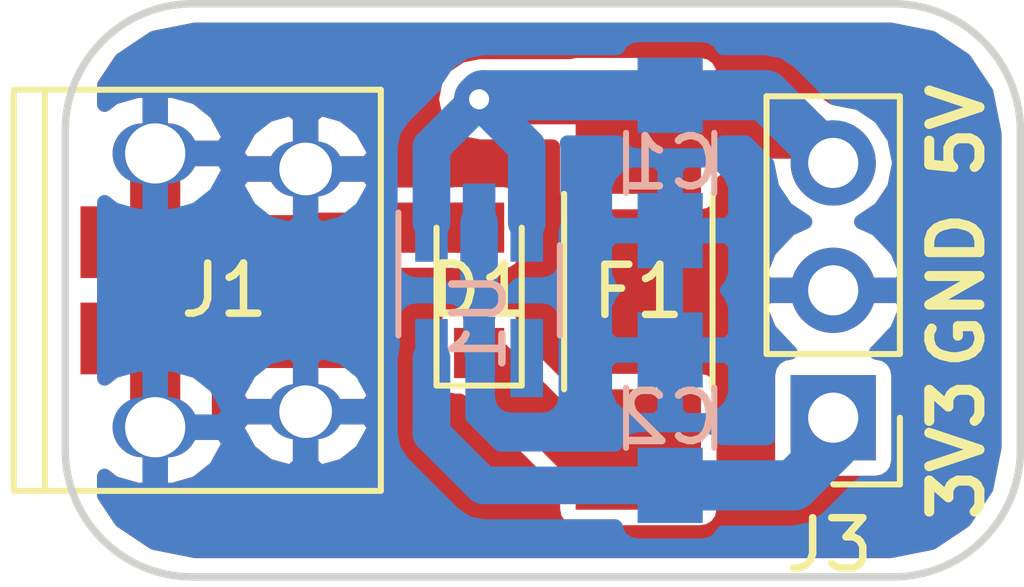
<source format=kicad_pcb>
(kicad_pcb (version 4) (host pcbnew 4.0.7)

  (general
    (links 18)
    (no_connects 0)
    (area 118.515001 96.36 149.300001 112.744999)
    (thickness 1.6)
    (drawings 11)
    (tracks 38)
    (zones 0)
    (modules 7)
    (nets 6)
  )

  (page A4)
  (layers
    (0 F.Cu signal)
    (31 B.Cu signal)
    (32 B.Adhes user hide)
    (33 F.Adhes user hide)
    (34 B.Paste user hide)
    (35 F.Paste user hide)
    (36 B.SilkS user)
    (37 F.SilkS user)
    (38 B.Mask user)
    (39 F.Mask user)
    (40 Dwgs.User user)
    (41 Cmts.User user hide)
    (42 Eco1.User user hide)
    (43 Eco2.User user hide)
    (44 Edge.Cuts user)
    (45 Margin user)
    (46 B.CrtYd user hide)
    (47 F.CrtYd user)
    (48 B.Fab user hide)
    (49 F.Fab user hide)
  )

  (setup
    (last_trace_width 0.5)
    (user_trace_width 0.5)
    (user_trace_width 0.75)
    (user_trace_width 1)
    (trace_clearance 0.2)
    (zone_clearance 0.3)
    (zone_45_only yes)
    (trace_min 0.2)
    (segment_width 0.2)
    (edge_width 0.15)
    (via_size 0.6)
    (via_drill 0.4)
    (via_min_size 0.4)
    (via_min_drill 0.3)
    (uvia_size 0.3)
    (uvia_drill 0.1)
    (uvias_allowed no)
    (uvia_min_size 0.2)
    (uvia_min_drill 0.1)
    (pcb_text_width 0.3)
    (pcb_text_size 1.5 1.5)
    (mod_edge_width 0.15)
    (mod_text_size 1 1)
    (mod_text_width 0.15)
    (pad_size 1.524 1.524)
    (pad_drill 0.762)
    (pad_to_mask_clearance 0.2)
    (aux_axis_origin 0 0)
    (visible_elements FFFFFF7F)
    (pcbplotparams
      (layerselection 0x00030_80000001)
      (usegerberextensions false)
      (excludeedgelayer true)
      (linewidth 0.100000)
      (plotframeref false)
      (viasonmask false)
      (mode 1)
      (useauxorigin false)
      (hpglpennumber 1)
      (hpglpenspeed 20)
      (hpglpendiameter 15)
      (hpglpenoverlay 2)
      (psnegative false)
      (psa4output false)
      (plotreference true)
      (plotvalue true)
      (plotinvisibletext false)
      (padsonsilk false)
      (subtractmaskfromsilk false)
      (outputformat 1)
      (mirror false)
      (drillshape 1)
      (scaleselection 1)
      (outputdirectory ""))
  )

  (net 0 "")
  (net 1 +5V)
  (net 2 GND)
  (net 3 +3V3)
  (net 4 "Net-(D1-Pad1)")
  (net 5 "Net-(D1-Pad2)")

  (net_class Default "This is the default net class."
    (clearance 0.2)
    (trace_width 0.2)
    (via_dia 0.6)
    (via_drill 0.4)
    (uvia_dia 0.3)
    (uvia_drill 0.1)
    (add_net +3V3)
    (add_net +5V)
    (add_net GND)
    (add_net "Net-(D1-Pad1)")
    (add_net "Net-(D1-Pad2)")
  )

  (module Connectors:USB_Micro-B_10103594-0001LF (layer F.Cu) (tedit 5AC0312D) (tstamp 5AC01770)
    (at 133.35 106.045 270)
    (descr "Micro USB Type B 10103594-0001LF")
    (tags "USB USB_B USB_micro USB_OTG")
    (path /5AC006B3)
    (attr smd)
    (fp_text reference J1 (at 0 0 360) (layer F.SilkS)
      (effects (font (size 1 1) (thickness 0.15)))
    )
    (fp_text value USB_OTG (at 0 3.285 270) (layer F.Fab)
      (effects (font (size 1 1) (thickness 0.15)))
    )
    (fp_line (start -4.25 -3.4) (end 4.25 -3.4) (layer F.CrtYd) (width 0.05))
    (fp_line (start 4.25 -3.4) (end 4.25 4.45) (layer F.CrtYd) (width 0.05))
    (fp_line (start 4.25 4.45) (end -4.25 4.45) (layer F.CrtYd) (width 0.05))
    (fp_line (start -4.25 4.45) (end -4.25 -3.4) (layer F.CrtYd) (width 0.05))
    (fp_line (start -4 4.2) (end 4 4.2) (layer F.SilkS) (width 0.12))
    (fp_line (start -4 -3.12) (end 4 -3.12) (layer F.SilkS) (width 0.12))
    (fp_line (start 4 -3.12) (end 4 4.2) (layer F.SilkS) (width 0.12))
    (fp_line (start 4 3.58) (end -4 3.58) (layer F.SilkS) (width 0.12))
    (fp_line (start -4 4.2) (end -4 -3.12) (layer F.SilkS) (width 0.12))
    (pad 1 smd rect (at -1.3 -1.5) (size 1.65 0.4) (layers F.Cu F.Paste F.Mask)
      (net 5 "Net-(D1-Pad2)"))
    (pad 2 smd rect (at -0.65 -1.5) (size 1.65 0.4) (layers F.Cu F.Paste F.Mask))
    (pad 3 smd rect (at 0 -1.5) (size 1.65 0.4) (layers F.Cu F.Paste F.Mask))
    (pad 4 smd rect (at 0.65 -1.5) (size 1.65 0.4) (layers F.Cu F.Paste F.Mask))
    (pad 5 smd rect (at 1.3 -1.5) (size 1.65 0.4) (layers F.Cu F.Paste F.Mask)
      (net 2 GND))
    (pad 6 thru_hole oval (at -2.42 -1.62) (size 1.5 1.1) (drill 1.05) (layers *.Cu *.Mask)
      (net 2 GND))
    (pad 6 thru_hole oval (at 2.42 -1.62) (size 1.5 1.1) (drill 1.05) (layers *.Cu *.Mask)
      (net 2 GND))
    (pad 6 thru_hole oval (at -2.73 1.38) (size 1.7 1.2) (drill 1.2) (layers *.Cu *.Mask)
      (net 2 GND))
    (pad 6 thru_hole oval (at 2.73 1.38) (size 1.7 1.2) (drill 1.2) (layers *.Cu *.Mask)
      (net 2 GND))
    (pad 6 smd rect (at -0.96 1.62) (size 2.5 1.43) (layers F.Cu F.Paste F.Mask)
      (net 2 GND))
    (pad 6 smd rect (at 0.96 1.62) (size 2.5 1.43) (layers F.Cu F.Paste F.Mask)
      (net 2 GND))
  )

  (module Diodes_SMD:D_SOD-323_HandSoldering (layer F.Cu) (tedit 58641869) (tstamp 5AC0175B)
    (at 138.43 106.045 90)
    (descr SOD-323)
    (tags SOD-323)
    (path /5AC0074F)
    (attr smd)
    (fp_text reference D1 (at 0 0 180) (layer F.SilkS)
      (effects (font (size 1 1) (thickness 0.15)))
    )
    (fp_text value D_Schottky (at 0.1 1.9 90) (layer F.Fab)
      (effects (font (size 1 1) (thickness 0.15)))
    )
    (fp_text user %R (at -1.885 0 90) (layer F.Fab)
      (effects (font (size 1 1) (thickness 0.15)))
    )
    (fp_line (start -1.9 -0.85) (end -1.9 0.85) (layer F.SilkS) (width 0.12))
    (fp_line (start 0.2 0) (end 0.45 0) (layer F.Fab) (width 0.1))
    (fp_line (start 0.2 0.35) (end -0.3 0) (layer F.Fab) (width 0.1))
    (fp_line (start 0.2 -0.35) (end 0.2 0.35) (layer F.Fab) (width 0.1))
    (fp_line (start -0.3 0) (end 0.2 -0.35) (layer F.Fab) (width 0.1))
    (fp_line (start -0.3 0) (end -0.5 0) (layer F.Fab) (width 0.1))
    (fp_line (start -0.3 -0.35) (end -0.3 0.35) (layer F.Fab) (width 0.1))
    (fp_line (start -0.9 0.7) (end -0.9 -0.7) (layer F.Fab) (width 0.1))
    (fp_line (start 0.9 0.7) (end -0.9 0.7) (layer F.Fab) (width 0.1))
    (fp_line (start 0.9 -0.7) (end 0.9 0.7) (layer F.Fab) (width 0.1))
    (fp_line (start -0.9 -0.7) (end 0.9 -0.7) (layer F.Fab) (width 0.1))
    (fp_line (start -2 -0.95) (end 2 -0.95) (layer F.CrtYd) (width 0.05))
    (fp_line (start 2 -0.95) (end 2 0.95) (layer F.CrtYd) (width 0.05))
    (fp_line (start -2 0.95) (end 2 0.95) (layer F.CrtYd) (width 0.05))
    (fp_line (start -2 -0.95) (end -2 0.95) (layer F.CrtYd) (width 0.05))
    (fp_line (start -1.9 0.85) (end 1.25 0.85) (layer F.SilkS) (width 0.12))
    (fp_line (start -1.9 -0.85) (end 1.25 -0.85) (layer F.SilkS) (width 0.12))
    (pad 1 smd rect (at -1.25 0 90) (size 1 1) (layers F.Cu F.Paste F.Mask)
      (net 4 "Net-(D1-Pad1)"))
    (pad 2 smd rect (at 1.25 0 90) (size 1 1) (layers F.Cu F.Paste F.Mask)
      (net 5 "Net-(D1-Pad2)"))
    (model ${KISYS3DMOD}/Diodes_SMD.3dshapes/D_SOD-323.wrl
      (at (xyz 0 0 0))
      (scale (xyz 1 1 1))
      (rotate (xyz 0 0 0))
    )
  )

  (module Resistors_SMD:R_2010_HandSoldering (layer F.Cu) (tedit 58E0A804) (tstamp 5AC01761)
    (at 141.605 106.07 270)
    (descr "Resistor SMD 2010, hand soldering")
    (tags "resistor 2010")
    (path /5AC00CDC)
    (attr smd)
    (fp_text reference F1 (at 0 0 360) (layer F.SilkS)
      (effects (font (size 1 1) (thickness 0.15)))
    )
    (fp_text value Polyfuse (at 0 -1.905 270) (layer F.Fab)
      (effects (font (size 1 1) (thickness 0.15)))
    )
    (fp_text user %R (at 0 0 270) (layer F.Fab)
      (effects (font (size 1 1) (thickness 0.15)))
    )
    (fp_line (start -2.5 1.25) (end -2.5 -1.25) (layer F.Fab) (width 0.1))
    (fp_line (start 2.5 1.25) (end -2.5 1.25) (layer F.Fab) (width 0.1))
    (fp_line (start 2.5 -1.25) (end 2.5 1.25) (layer F.Fab) (width 0.1))
    (fp_line (start -2.5 -1.25) (end 2.5 -1.25) (layer F.Fab) (width 0.1))
    (fp_line (start 1.95 1.48) (end -1.95 1.48) (layer F.SilkS) (width 0.12))
    (fp_line (start -1.95 -1.48) (end 1.95 -1.48) (layer F.SilkS) (width 0.12))
    (fp_line (start -4.6 -1.5) (end 4.6 -1.5) (layer F.CrtYd) (width 0.05))
    (fp_line (start -4.6 -1.5) (end -4.6 1.5) (layer F.CrtYd) (width 0.05))
    (fp_line (start 4.6 1.5) (end 4.6 -1.5) (layer F.CrtYd) (width 0.05))
    (fp_line (start 4.6 1.5) (end -4.6 1.5) (layer F.CrtYd) (width 0.05))
    (pad 1 smd rect (at -3.15 0 270) (size 2.4 2.5) (layers F.Cu F.Paste F.Mask)
      (net 1 +5V))
    (pad 2 smd rect (at 3.15 0 270) (size 2.4 2.5) (layers F.Cu F.Paste F.Mask)
      (net 4 "Net-(D1-Pad1)"))
    (model ${KISYS3DMOD}/Resistors_SMD.3dshapes/R_2010.wrl
      (at (xyz 0 0 0))
      (scale (xyz 1 1 1))
      (rotate (xyz 0 0 0))
    )
  )

  (module Pin_Headers:Pin_Header_Straight_1x03_Pitch2.54mm (layer F.Cu) (tedit 59650532) (tstamp 5AC0177D)
    (at 145.491681 108.585 180)
    (descr "Through hole straight pin header, 1x03, 2.54mm pitch, single row")
    (tags "Through hole pin header THT 1x03 2.54mm single row")
    (path /5AC00D5A)
    (fp_text reference J3 (at 0.076681 -2.54 360) (layer F.SilkS)
      (effects (font (size 1 1) (thickness 0.15)))
    )
    (fp_text value Conn_01x03 (at -1.905 2.54 270) (layer F.Fab)
      (effects (font (size 1 1) (thickness 0.15)))
    )
    (fp_line (start -0.635 -1.27) (end 1.27 -1.27) (layer F.Fab) (width 0.1))
    (fp_line (start 1.27 -1.27) (end 1.27 6.35) (layer F.Fab) (width 0.1))
    (fp_line (start 1.27 6.35) (end -1.27 6.35) (layer F.Fab) (width 0.1))
    (fp_line (start -1.27 6.35) (end -1.27 -0.635) (layer F.Fab) (width 0.1))
    (fp_line (start -1.27 -0.635) (end -0.635 -1.27) (layer F.Fab) (width 0.1))
    (fp_line (start -1.33 6.41) (end 1.33 6.41) (layer F.SilkS) (width 0.12))
    (fp_line (start -1.33 1.27) (end -1.33 6.41) (layer F.SilkS) (width 0.12))
    (fp_line (start 1.33 1.27) (end 1.33 6.41) (layer F.SilkS) (width 0.12))
    (fp_line (start -1.33 1.27) (end 1.33 1.27) (layer F.SilkS) (width 0.12))
    (fp_line (start -1.33 0) (end -1.33 -1.33) (layer F.SilkS) (width 0.12))
    (fp_line (start -1.33 -1.33) (end 0 -1.33) (layer F.SilkS) (width 0.12))
    (fp_line (start -1.8 -1.8) (end -1.8 6.85) (layer F.CrtYd) (width 0.05))
    (fp_line (start -1.8 6.85) (end 1.8 6.85) (layer F.CrtYd) (width 0.05))
    (fp_line (start 1.8 6.85) (end 1.8 -1.8) (layer F.CrtYd) (width 0.05))
    (fp_line (start 1.8 -1.8) (end -1.8 -1.8) (layer F.CrtYd) (width 0.05))
    (fp_text user %R (at 0 2.54 270) (layer F.Fab)
      (effects (font (size 1 1) (thickness 0.15)))
    )
    (pad 1 thru_hole rect (at 0 0 180) (size 1.7 1.7) (drill 1) (layers *.Cu *.Mask)
      (net 3 +3V3))
    (pad 2 thru_hole oval (at 0 2.54 180) (size 1.7 1.7) (drill 1) (layers *.Cu *.Mask)
      (net 2 GND))
    (pad 3 thru_hole oval (at 0 5.08 180) (size 1.7 1.7) (drill 1) (layers *.Cu *.Mask)
      (net 1 +5V))
    (model ${KISYS3DMOD}/Pin_Headers.3dshapes/Pin_Header_Straight_1x03_Pitch2.54mm.wrl
      (at (xyz 0 0 0))
      (scale (xyz 1 1 1))
      (rotate (xyz 0 0 0))
    )
  )

  (module Resistors_SMD:R_0805_HandSoldering (layer B.Cu) (tedit 58E0A804) (tstamp 5AC025CA)
    (at 142.24 103.505 270)
    (descr "Resistor SMD 0805, hand soldering")
    (tags "resistor 0805")
    (path /5AC00790)
    (attr smd)
    (fp_text reference C1 (at 0 0 540) (layer B.SilkS)
      (effects (font (size 1 1) (thickness 0.15)) (justify mirror))
    )
    (fp_text value 1u (at 0 -1.75 270) (layer B.Fab)
      (effects (font (size 1 1) (thickness 0.15)) (justify mirror))
    )
    (fp_text user %R (at 0 0 270) (layer B.Fab)
      (effects (font (size 0.5 0.5) (thickness 0.075)) (justify mirror))
    )
    (fp_line (start -1 -0.62) (end -1 0.62) (layer B.Fab) (width 0.1))
    (fp_line (start 1 -0.62) (end -1 -0.62) (layer B.Fab) (width 0.1))
    (fp_line (start 1 0.62) (end 1 -0.62) (layer B.Fab) (width 0.1))
    (fp_line (start -1 0.62) (end 1 0.62) (layer B.Fab) (width 0.1))
    (fp_line (start 0.6 -0.88) (end -0.6 -0.88) (layer B.SilkS) (width 0.12))
    (fp_line (start -0.6 0.88) (end 0.6 0.88) (layer B.SilkS) (width 0.12))
    (fp_line (start -2.35 0.9) (end 2.35 0.9) (layer B.CrtYd) (width 0.05))
    (fp_line (start -2.35 0.9) (end -2.35 -0.9) (layer B.CrtYd) (width 0.05))
    (fp_line (start 2.35 -0.9) (end 2.35 0.9) (layer B.CrtYd) (width 0.05))
    (fp_line (start 2.35 -0.9) (end -2.35 -0.9) (layer B.CrtYd) (width 0.05))
    (pad 1 smd rect (at -1.35 0 270) (size 1.5 1.3) (layers B.Cu B.Paste B.Mask)
      (net 1 +5V))
    (pad 2 smd rect (at 1.35 0 270) (size 1.5 1.3) (layers B.Cu B.Paste B.Mask)
      (net 2 GND))
    (model ${KISYS3DMOD}/Resistors_SMD.3dshapes/R_0805.wrl
      (at (xyz 0 0 0))
      (scale (xyz 1 1 1))
      (rotate (xyz 0 0 0))
    )
  )

  (module Resistors_SMD:R_0805_HandSoldering (layer B.Cu) (tedit 58E0A804) (tstamp 5AC025CF)
    (at 142.24 108.585 90)
    (descr "Resistor SMD 0805, hand soldering")
    (tags "resistor 0805")
    (path /5AC0094F)
    (attr smd)
    (fp_text reference C2 (at 0 0 360) (layer B.SilkS)
      (effects (font (size 1 1) (thickness 0.15)) (justify mirror))
    )
    (fp_text value 1u (at 0 -1.75 90) (layer B.Fab)
      (effects (font (size 1 1) (thickness 0.15)) (justify mirror))
    )
    (fp_text user %R (at 0 0 90) (layer B.Fab)
      (effects (font (size 0.5 0.5) (thickness 0.075)) (justify mirror))
    )
    (fp_line (start -1 -0.62) (end -1 0.62) (layer B.Fab) (width 0.1))
    (fp_line (start 1 -0.62) (end -1 -0.62) (layer B.Fab) (width 0.1))
    (fp_line (start 1 0.62) (end 1 -0.62) (layer B.Fab) (width 0.1))
    (fp_line (start -1 0.62) (end 1 0.62) (layer B.Fab) (width 0.1))
    (fp_line (start 0.6 -0.88) (end -0.6 -0.88) (layer B.SilkS) (width 0.12))
    (fp_line (start -0.6 0.88) (end 0.6 0.88) (layer B.SilkS) (width 0.12))
    (fp_line (start -2.35 0.9) (end 2.35 0.9) (layer B.CrtYd) (width 0.05))
    (fp_line (start -2.35 0.9) (end -2.35 -0.9) (layer B.CrtYd) (width 0.05))
    (fp_line (start 2.35 -0.9) (end 2.35 0.9) (layer B.CrtYd) (width 0.05))
    (fp_line (start 2.35 -0.9) (end -2.35 -0.9) (layer B.CrtYd) (width 0.05))
    (pad 1 smd rect (at -1.35 0 90) (size 1.5 1.3) (layers B.Cu B.Paste B.Mask)
      (net 3 +3V3))
    (pad 2 smd rect (at 1.35 0 90) (size 1.5 1.3) (layers B.Cu B.Paste B.Mask)
      (net 2 GND))
    (model ${KISYS3DMOD}/Resistors_SMD.3dshapes/R_0805.wrl
      (at (xyz 0 0 0))
      (scale (xyz 1 1 1))
      (rotate (xyz 0 0 0))
    )
  )

  (module TO_SOT_Packages_SMD:SOT-23-5_HandSoldering (layer B.Cu) (tedit 58CE4E7E) (tstamp 5AC14666)
    (at 138.43 106.045 270)
    (descr "5-pin SOT23 package")
    (tags "SOT-23-5 hand-soldering")
    (path /5AC145D1)
    (attr smd)
    (fp_text reference U1 (at 0.635 0 270) (layer B.SilkS)
      (effects (font (size 1 1) (thickness 0.15)) (justify mirror))
    )
    (fp_text value MIC5504-3.3YM5 (at 0 -2.9 270) (layer B.Fab)
      (effects (font (size 1 1) (thickness 0.15)) (justify mirror))
    )
    (fp_text user %R (at 0 0 540) (layer B.Fab)
      (effects (font (size 0.5 0.5) (thickness 0.075)) (justify mirror))
    )
    (fp_line (start -0.9 -1.61) (end 0.9 -1.61) (layer B.SilkS) (width 0.12))
    (fp_line (start 0.9 1.61) (end -1.55 1.61) (layer B.SilkS) (width 0.12))
    (fp_line (start -0.9 0.9) (end -0.25 1.55) (layer B.Fab) (width 0.1))
    (fp_line (start 0.9 1.55) (end -0.25 1.55) (layer B.Fab) (width 0.1))
    (fp_line (start -0.9 0.9) (end -0.9 -1.55) (layer B.Fab) (width 0.1))
    (fp_line (start 0.9 -1.55) (end -0.9 -1.55) (layer B.Fab) (width 0.1))
    (fp_line (start 0.9 1.55) (end 0.9 -1.55) (layer B.Fab) (width 0.1))
    (fp_line (start -2.38 1.8) (end 2.38 1.8) (layer B.CrtYd) (width 0.05))
    (fp_line (start -2.38 1.8) (end -2.38 -1.8) (layer B.CrtYd) (width 0.05))
    (fp_line (start 2.38 -1.8) (end 2.38 1.8) (layer B.CrtYd) (width 0.05))
    (fp_line (start 2.38 -1.8) (end -2.38 -1.8) (layer B.CrtYd) (width 0.05))
    (pad 1 smd rect (at -1.35 0.95 270) (size 1.56 0.65) (layers B.Cu B.Paste B.Mask)
      (net 1 +5V))
    (pad 2 smd rect (at -1.35 0 270) (size 1.56 0.65) (layers B.Cu B.Paste B.Mask)
      (net 2 GND))
    (pad 3 smd rect (at -1.35 -0.95 270) (size 1.56 0.65) (layers B.Cu B.Paste B.Mask)
      (net 1 +5V))
    (pad 4 smd rect (at 1.35 -0.95 270) (size 1.56 0.65) (layers B.Cu B.Paste B.Mask))
    (pad 5 smd rect (at 1.35 0.95 270) (size 1.56 0.65) (layers B.Cu B.Paste B.Mask)
      (net 3 +3V3))
    (model ${KISYS3DMOD}/TO_SOT_Packages_SMD.3dshapes\SOT-23-5.wrl
      (at (xyz 0 0 0))
      (scale (xyz 1 1 1))
      (rotate (xyz 0 0 0))
    )
  )

  (gr_arc (start 132.715 102.87) (end 130.175 102.87) (angle 90) (layer Edge.Cuts) (width 0.15))
  (gr_arc (start 132.715 109.22) (end 132.715 111.76) (angle 90) (layer Edge.Cuts) (width 0.15))
  (gr_arc (start 146.685 109.22) (end 149.225 109.22) (angle 90) (layer Edge.Cuts) (width 0.15))
  (gr_arc (start 146.685 102.87) (end 146.685 100.33) (angle 90) (layer Edge.Cuts) (width 0.15))
  (gr_text GND (at 147.955 106.045 90) (layer F.SilkS)
    (effects (font (size 1 1) (thickness 0.2)))
  )
  (gr_text 5V (at 147.955 102.87 90) (layer F.SilkS)
    (effects (font (size 1 1) (thickness 0.2)))
  )
  (gr_text 3V3 (at 147.955 109.22 90) (layer F.SilkS)
    (effects (font (size 1 1) (thickness 0.2)))
  )
  (gr_line (start 130.175 109.22) (end 130.175 102.87) (layer Edge.Cuts) (width 0.15))
  (gr_line (start 146.685 111.76) (end 132.715 111.76) (layer Edge.Cuts) (width 0.15))
  (gr_line (start 149.225 102.87) (end 149.225 109.22) (layer Edge.Cuts) (width 0.15))
  (gr_line (start 132.715 100.33) (end 146.685 100.33) (layer Edge.Cuts) (width 0.15))

  (segment (start 138.43 102.235) (end 140.92 102.235) (width 1) (layer F.Cu) (net 1))
  (segment (start 140.92 102.235) (end 141.605 102.92) (width 1) (layer F.Cu) (net 1))
  (segment (start 139.38 104.695) (end 139.38 103.185) (width 0.75) (layer B.Cu) (net 1))
  (segment (start 139.38 103.185) (end 138.43 102.235) (width 0.75) (layer B.Cu) (net 1))
  (segment (start 137.48 104.695) (end 137.48 103.185) (width 0.75) (layer B.Cu) (net 1))
  (segment (start 137.48 103.185) (end 138.43 102.235) (width 0.75) (layer B.Cu) (net 1))
  (segment (start 138.51 102.155) (end 138.43 102.235) (width 1) (layer B.Cu) (net 1))
  (segment (start 142.24 102.155) (end 138.51 102.155) (width 1) (layer B.Cu) (net 1))
  (via (at 138.43 102.235) (size 0.6) (drill 0.4) (layers F.Cu B.Cu) (net 1))
  (segment (start 142.24 102.155) (end 144.141681 102.155) (width 1) (layer B.Cu) (net 1))
  (segment (start 144.141681 102.155) (end 145.491681 103.505) (width 1) (layer B.Cu) (net 1))
  (segment (start 141.605 102.92) (end 144.906681 102.92) (width 1) (layer F.Cu) (net 1))
  (segment (start 144.906681 102.92) (end 145.491681 103.505) (width 1) (layer F.Cu) (net 1))
  (segment (start 131.97 103.315) (end 131.97 104.845) (width 1) (layer F.Cu) (net 2))
  (segment (start 131.97 104.845) (end 131.73 105.085) (width 1) (layer F.Cu) (net 2))
  (segment (start 131.97 108.775) (end 131.97 107.245) (width 1) (layer F.Cu) (net 2))
  (segment (start 131.97 107.245) (end 131.73 107.005) (width 1) (layer F.Cu) (net 2))
  (segment (start 138.43 104.695) (end 138.43 106.045) (width 0.75) (layer B.Cu) (net 2))
  (segment (start 133.35 107.52) (end 133.35 108.585) (width 0.5) (layer F.Cu) (net 2))
  (segment (start 134.85 107.345) (end 133.525 107.345) (width 0.5) (layer F.Cu) (net 2))
  (segment (start 133.525 107.345) (end 133.35 107.52) (width 0.5) (layer F.Cu) (net 2))
  (segment (start 134.97 108.465) (end 134.97 107.465) (width 0.5) (layer F.Cu) (net 2))
  (segment (start 134.97 107.465) (end 134.85 107.345) (width 0.5) (layer F.Cu) (net 2))
  (segment (start 134.85 107.345) (end 136.175 107.345) (width 0.5) (layer F.Cu) (net 2))
  (segment (start 136.175 107.345) (end 136.525 107.695) (width 0.5) (layer F.Cu) (net 2))
  (segment (start 137.48 107.395) (end 137.48 108.905) (width 0.75) (layer B.Cu) (net 3))
  (segment (start 137.48 108.905) (end 138.51 109.935) (width 0.75) (layer B.Cu) (net 3))
  (segment (start 138.51 109.935) (end 140.84 109.935) (width 0.75) (layer B.Cu) (net 3))
  (segment (start 140.84 109.935) (end 142.24 109.935) (width 0.75) (layer B.Cu) (net 3))
  (segment (start 145.491681 109.143319) (end 144.7 109.935) (width 1) (layer B.Cu) (net 3))
  (segment (start 144.7 109.935) (end 142.24 109.935) (width 1) (layer B.Cu) (net 3))
  (segment (start 145.491681 108.585) (end 145.491681 109.143319) (width 1) (layer B.Cu) (net 3))
  (segment (start 141.605 109.22) (end 140.355 109.22) (width 1) (layer F.Cu) (net 4))
  (segment (start 140.355 109.22) (end 138.43 107.295) (width 1) (layer F.Cu) (net 4))
  (segment (start 138.43 104.795) (end 137.16 104.795) (width 1) (layer F.Cu) (net 5))
  (segment (start 137.16 104.795) (end 136.495001 104.795) (width 1) (layer F.Cu) (net 5))
  (segment (start 134.85 104.745) (end 137.11 104.745) (width 0.5) (layer F.Cu) (net 5))
  (segment (start 137.11 104.745) (end 137.16 104.795) (width 0.5) (layer F.Cu) (net 5))

  (zone (net 2) (net_name GND) (layer B.Cu) (tstamp 0) (hatch edge 0.508)
    (connect_pads (clearance 0.3))
    (min_thickness 0.3)
    (fill yes (arc_segments 16) (thermal_gap 0.508) (thermal_bridge_width 0.508))
    (polygon
      (pts
        (xy 130.81 100.33) (xy 149.225 100.33) (xy 149.225 111.76) (xy 130.81 111.76)
      )
    )
    (filled_polygon
      (pts
        (xy 147.452171 101.017885) (xy 148.102548 101.452453) (xy 148.537115 102.102829) (xy 148.7 102.921706) (xy 148.7 109.168294)
        (xy 148.537115 109.987171) (xy 148.102548 110.637547) (xy 147.452171 111.072115) (xy 146.633294 111.235) (xy 132.766706 111.235)
        (xy 131.947829 111.072115) (xy 131.297453 110.637548) (xy 130.96 110.132514) (xy 130.96 109.752398) (xy 131.142501 109.897441)
        (xy 131.616 110.033) (xy 131.866 110.033) (xy 131.866 108.879) (xy 132.074 108.879) (xy 132.074 110.033)
        (xy 132.324 110.033) (xy 132.797499 109.897441) (xy 133.183079 109.591001) (xy 133.422039 109.160332) (xy 133.44199 109.073841)
        (xy 133.308543 108.879) (xy 132.074 108.879) (xy 131.866 108.879) (xy 131.846 108.879) (xy 131.846 108.755991)
        (xy 133.597571 108.755991) (xy 133.613785 108.84131) (xy 133.845804 109.25513) (xy 134.218524 109.548659) (xy 134.675201 109.677211)
        (xy 134.866 109.512616) (xy 134.866 108.569) (xy 135.074 108.569) (xy 135.074 109.512616) (xy 135.264799 109.677211)
        (xy 135.721476 109.548659) (xy 136.094196 109.25513) (xy 136.326215 108.84131) (xy 136.342429 108.755991) (xy 136.208305 108.569)
        (xy 135.074 108.569) (xy 134.866 108.569) (xy 133.731695 108.569) (xy 133.597571 108.755991) (xy 131.846 108.755991)
        (xy 131.846 108.671) (xy 131.866 108.671) (xy 131.866 107.517) (xy 132.074 107.517) (xy 132.074 108.671)
        (xy 133.308543 108.671) (xy 133.44199 108.476159) (xy 133.422039 108.389668) (xy 133.302379 108.174009) (xy 133.597571 108.174009)
        (xy 133.731695 108.361) (xy 134.866 108.361) (xy 134.866 107.417384) (xy 135.074 107.417384) (xy 135.074 108.361)
        (xy 136.208305 108.361) (xy 136.342429 108.174009) (xy 136.326215 108.08869) (xy 136.094196 107.67487) (xy 135.738821 107.395)
        (xy 136.655 107.395) (xy 136.655 108.905) (xy 136.717799 109.220714) (xy 136.896637 109.488363) (xy 137.926637 110.518363)
        (xy 138.194286 110.697201) (xy 138.51 110.76) (xy 141.145296 110.76) (xy 141.162562 110.85176) (xy 141.261117 111.004919)
        (xy 141.411495 111.107668) (xy 141.59 111.143816) (xy 142.89 111.143816) (xy 143.05676 111.112438) (xy 143.209919 111.013883)
        (xy 143.297981 110.885) (xy 144.7 110.885) (xy 145.003233 110.824683) (xy 145.06355 110.812686) (xy 145.371751 110.606751)
        (xy 146.084686 109.893816) (xy 146.341681 109.893816) (xy 146.508441 109.862438) (xy 146.6616 109.763883) (xy 146.764349 109.613505)
        (xy 146.800497 109.435) (xy 146.800497 107.735) (xy 146.769119 107.56824) (xy 146.670564 107.415081) (xy 146.520186 107.312332)
        (xy 146.354441 107.278768) (xy 146.366411 107.273387) (xy 146.769909 106.845137) (xy 146.9613 106.383061) (xy 146.83115 106.149)
        (xy 145.595681 106.149) (xy 145.595681 106.169) (xy 145.387681 106.169) (xy 145.387681 106.149) (xy 144.152212 106.149)
        (xy 144.022062 106.383061) (xy 144.213453 106.845137) (xy 144.616951 107.273387) (xy 144.628634 107.278639) (xy 144.474921 107.307562)
        (xy 144.321762 107.406117) (xy 144.219013 107.556495) (xy 144.182865 107.735) (xy 144.182865 108.985) (xy 143.296049 108.985)
        (xy 143.218883 108.865081) (xy 143.068505 108.762332) (xy 142.89 108.726184) (xy 141.59 108.726184) (xy 141.42324 108.757562)
        (xy 141.270081 108.856117) (xy 141.167332 109.006495) (xy 141.146372 109.11) (xy 138.851726 109.11) (xy 138.305 108.563274)
        (xy 138.305 107.395) (xy 138.263816 107.187953) (xy 138.263816 106.615) (xy 138.596184 106.615) (xy 138.596184 108.175)
        (xy 138.627562 108.34176) (xy 138.726117 108.494919) (xy 138.876495 108.597668) (xy 139.055 108.633816) (xy 139.705 108.633816)
        (xy 139.87176 108.602438) (xy 140.024919 108.503883) (xy 140.127668 108.353505) (xy 140.163816 108.175) (xy 140.163816 107.5035)
        (xy 140.932 107.5035) (xy 140.932 108.115884) (xy 141.032174 108.357727) (xy 141.217273 108.542825) (xy 141.459115 108.643)
        (xy 141.9715 108.643) (xy 142.136 108.4785) (xy 142.136 107.339) (xy 142.344 107.339) (xy 142.344 108.4785)
        (xy 142.5085 108.643) (xy 143.020885 108.643) (xy 143.262727 108.542825) (xy 143.447826 108.357727) (xy 143.548 108.115884)
        (xy 143.548 107.5035) (xy 143.3835 107.339) (xy 142.344 107.339) (xy 142.136 107.339) (xy 141.0965 107.339)
        (xy 140.932 107.5035) (xy 140.163816 107.5035) (xy 140.163816 106.615) (xy 140.132438 106.44824) (xy 140.033883 106.295081)
        (xy 139.883505 106.192332) (xy 139.705 106.156184) (xy 139.055 106.156184) (xy 138.88824 106.187562) (xy 138.735081 106.286117)
        (xy 138.632332 106.436495) (xy 138.596184 106.615) (xy 138.263816 106.615) (xy 138.232438 106.44824) (xy 138.133883 106.295081)
        (xy 137.983505 106.192332) (xy 137.805 106.156184) (xy 137.155 106.156184) (xy 136.98824 106.187562) (xy 136.835081 106.286117)
        (xy 136.732332 106.436495) (xy 136.696184 106.615) (xy 136.696184 107.187953) (xy 136.655 107.395) (xy 135.738821 107.395)
        (xy 135.721476 107.381341) (xy 135.264799 107.252789) (xy 135.074 107.417384) (xy 134.866 107.417384) (xy 134.675201 107.252789)
        (xy 134.218524 107.381341) (xy 133.845804 107.67487) (xy 133.613785 108.08869) (xy 133.597571 108.174009) (xy 133.302379 108.174009)
        (xy 133.183079 107.958999) (xy 132.797499 107.652559) (xy 132.324 107.517) (xy 132.074 107.517) (xy 131.866 107.517)
        (xy 131.616 107.517) (xy 131.142501 107.652559) (xy 130.96 107.797602) (xy 130.96 104.292398) (xy 131.142501 104.437441)
        (xy 131.616 104.573) (xy 131.866 104.573) (xy 131.866 103.419) (xy 132.074 103.419) (xy 132.074 104.573)
        (xy 132.324 104.573) (xy 132.797499 104.437441) (xy 133.183079 104.131001) (xy 133.302378 103.915991) (xy 133.597571 103.915991)
        (xy 133.613785 104.00131) (xy 133.845804 104.41513) (xy 134.218524 104.708659) (xy 134.675201 104.837211) (xy 134.866 104.672616)
        (xy 134.866 103.729) (xy 135.074 103.729) (xy 135.074 104.672616) (xy 135.264799 104.837211) (xy 135.721476 104.708659)
        (xy 136.094196 104.41513) (xy 136.326215 104.00131) (xy 136.342429 103.915991) (xy 136.208305 103.729) (xy 135.074 103.729)
        (xy 134.866 103.729) (xy 133.731695 103.729) (xy 133.597571 103.915991) (xy 133.302378 103.915991) (xy 133.422039 103.700332)
        (xy 133.44199 103.613841) (xy 133.308543 103.419) (xy 132.074 103.419) (xy 131.866 103.419) (xy 131.846 103.419)
        (xy 131.846 103.334009) (xy 133.597571 103.334009) (xy 133.731695 103.521) (xy 134.866 103.521) (xy 134.866 102.577384)
        (xy 135.074 102.577384) (xy 135.074 103.521) (xy 136.208305 103.521) (xy 136.342429 103.334009) (xy 136.326215 103.24869)
        (xy 136.290506 103.185) (xy 136.655 103.185) (xy 136.655 104.695) (xy 136.696184 104.902047) (xy 136.696184 105.475)
        (xy 136.727562 105.64176) (xy 136.826117 105.794919) (xy 136.976495 105.897668) (xy 137.155 105.933816) (xy 137.633263 105.933816)
        (xy 137.732273 106.032825) (xy 137.974115 106.133) (xy 138.1615 106.133) (xy 138.326 105.9685) (xy 138.326 104.799)
        (xy 138.306 104.799) (xy 138.306 104.591) (xy 138.326 104.591) (xy 138.326 104.571) (xy 138.534 104.571)
        (xy 138.534 104.591) (xy 138.554 104.591) (xy 138.554 104.799) (xy 138.534 104.799) (xy 138.534 105.9685)
        (xy 138.6985 106.133) (xy 138.885885 106.133) (xy 139.127727 106.032825) (xy 139.226737 105.933816) (xy 139.705 105.933816)
        (xy 139.87176 105.902438) (xy 140.024919 105.803883) (xy 140.127668 105.653505) (xy 140.163816 105.475) (xy 140.163816 105.1235)
        (xy 140.932 105.1235) (xy 140.932 105.735884) (xy 141.032174 105.977727) (xy 141.099447 106.045) (xy 141.032174 106.112273)
        (xy 140.932 106.354116) (xy 140.932 106.9665) (xy 141.0965 107.131) (xy 142.136 107.131) (xy 142.136 104.959)
        (xy 142.344 104.959) (xy 142.344 107.131) (xy 143.3835 107.131) (xy 143.548 106.9665) (xy 143.548 106.354116)
        (xy 143.447826 106.112273) (xy 143.380553 106.045) (xy 143.447826 105.977727) (xy 143.548 105.735884) (xy 143.548 105.1235)
        (xy 143.3835 104.959) (xy 142.344 104.959) (xy 142.136 104.959) (xy 141.0965 104.959) (xy 140.932 105.1235)
        (xy 140.163816 105.1235) (xy 140.163816 104.902047) (xy 140.205 104.695) (xy 140.205 103.974116) (xy 140.932 103.974116)
        (xy 140.932 104.5865) (xy 141.0965 104.751) (xy 142.136 104.751) (xy 142.136 103.6115) (xy 142.344 103.6115)
        (xy 142.344 104.751) (xy 143.3835 104.751) (xy 143.548 104.5865) (xy 143.548 103.974116) (xy 143.447826 103.732273)
        (xy 143.262727 103.547175) (xy 143.020885 103.447) (xy 142.5085 103.447) (xy 142.344 103.6115) (xy 142.136 103.6115)
        (xy 141.9715 103.447) (xy 141.459115 103.447) (xy 141.217273 103.547175) (xy 141.032174 103.732273) (xy 140.932 103.974116)
        (xy 140.205 103.974116) (xy 140.205 103.185) (xy 140.189087 103.105) (xy 141.183951 103.105) (xy 141.261117 103.224919)
        (xy 141.411495 103.327668) (xy 141.59 103.363816) (xy 142.89 103.363816) (xy 143.05676 103.332438) (xy 143.209919 103.233883)
        (xy 143.297981 103.105) (xy 143.748179 103.105) (xy 144.17069 103.527511) (xy 144.265169 104.002488) (xy 144.546973 104.424239)
        (xy 144.926175 104.677613) (xy 144.616951 104.816613) (xy 144.213453 105.244863) (xy 144.022062 105.706939) (xy 144.152212 105.941)
        (xy 145.387681 105.941) (xy 145.387681 105.921) (xy 145.595681 105.921) (xy 145.595681 105.941) (xy 146.83115 105.941)
        (xy 146.9613 105.706939) (xy 146.769909 105.244863) (xy 146.366411 104.816613) (xy 146.057187 104.677613) (xy 146.436389 104.424239)
        (xy 146.718193 104.002488) (xy 146.81715 103.505) (xy 146.718193 103.007512) (xy 146.436389 102.585761) (xy 146.014638 102.303957)
        (xy 145.539661 102.209478) (xy 144.813432 101.483249) (xy 144.505231 101.277314) (xy 144.444914 101.265317) (xy 144.141681 101.205)
        (xy 143.296049 101.205) (xy 143.218883 101.085081) (xy 143.068505 100.982332) (xy 142.89 100.946184) (xy 141.59 100.946184)
        (xy 141.42324 100.977562) (xy 141.270081 101.076117) (xy 141.182019 101.205) (xy 138.51 101.205) (xy 138.206767 101.265317)
        (xy 138.14645 101.277314) (xy 137.838248 101.483249) (xy 137.758249 101.563249) (xy 137.552314 101.87145) (xy 137.533813 101.964461)
        (xy 136.896637 102.601637) (xy 136.717799 102.869286) (xy 136.655 103.185) (xy 136.290506 103.185) (xy 136.094196 102.83487)
        (xy 135.721476 102.541341) (xy 135.264799 102.412789) (xy 135.074 102.577384) (xy 134.866 102.577384) (xy 134.675201 102.412789)
        (xy 134.218524 102.541341) (xy 133.845804 102.83487) (xy 133.613785 103.24869) (xy 133.597571 103.334009) (xy 131.846 103.334009)
        (xy 131.846 103.211) (xy 131.866 103.211) (xy 131.866 102.057) (xy 132.074 102.057) (xy 132.074 103.211)
        (xy 133.308543 103.211) (xy 133.44199 103.016159) (xy 133.422039 102.929668) (xy 133.183079 102.498999) (xy 132.797499 102.192559)
        (xy 132.324 102.057) (xy 132.074 102.057) (xy 131.866 102.057) (xy 131.616 102.057) (xy 131.142501 102.192559)
        (xy 130.96 102.337602) (xy 130.96 101.957486) (xy 131.297453 101.452452) (xy 131.947829 101.017885) (xy 132.766706 100.855)
        (xy 146.633294 100.855)
      )
    )
  )
  (zone (net 2) (net_name GND) (layer F.Cu) (tstamp 0) (hatch edge 0.508)
    (connect_pads (clearance 0.3))
    (min_thickness 0.3)
    (fill yes (arc_segments 16) (thermal_gap 0.508) (thermal_bridge_width 0.508))
    (polygon
      (pts
        (xy 149.225 100.33) (xy 130.81 100.33) (xy 130.81 111.76) (xy 149.225 111.76)
      )
    )
    (filled_polygon
      (pts
        (xy 147.452171 101.017885) (xy 148.102548 101.452453) (xy 148.537115 102.102829) (xy 148.7 102.921706) (xy 148.7 109.168294)
        (xy 148.537115 109.987171) (xy 148.102548 110.637547) (xy 147.452171 111.072115) (xy 146.633294 111.235) (xy 132.766706 111.235)
        (xy 131.947829 111.072115) (xy 131.297453 110.637548) (xy 130.96 110.132514) (xy 130.96 109.752398) (xy 131.142501 109.897441)
        (xy 131.616 110.033) (xy 131.866 110.033) (xy 131.866 108.879) (xy 132.074 108.879) (xy 132.074 110.033)
        (xy 132.324 110.033) (xy 132.797499 109.897441) (xy 133.183079 109.591001) (xy 133.422039 109.160332) (xy 133.44199 109.073841)
        (xy 133.308543 108.879) (xy 132.074 108.879) (xy 131.866 108.879) (xy 131.846 108.879) (xy 131.846 108.755991)
        (xy 133.597571 108.755991) (xy 133.613785 108.84131) (xy 133.845804 109.25513) (xy 134.218524 109.548659) (xy 134.675201 109.677211)
        (xy 134.866 109.512616) (xy 134.866 108.569) (xy 135.074 108.569) (xy 135.074 109.512616) (xy 135.264799 109.677211)
        (xy 135.721476 109.548659) (xy 136.094196 109.25513) (xy 136.326215 108.84131) (xy 136.342429 108.755991) (xy 136.208305 108.569)
        (xy 135.074 108.569) (xy 134.866 108.569) (xy 133.731695 108.569) (xy 133.597571 108.755991) (xy 131.846 108.755991)
        (xy 131.846 108.671) (xy 131.866 108.671) (xy 131.866 108.651) (xy 132.074 108.651) (xy 132.074 108.671)
        (xy 133.308543 108.671) (xy 133.44199 108.476159) (xy 133.422039 108.389668) (xy 133.357393 108.27316) (xy 133.530552 108.1)
        (xy 133.611636 108.1) (xy 133.597571 108.174009) (xy 133.731695 108.361) (xy 134.866 108.361) (xy 134.866 108.341)
        (xy 135.074 108.341) (xy 135.074 108.361) (xy 136.208305 108.361) (xy 136.342429 108.174009) (xy 136.326215 108.08869)
        (xy 136.231246 107.919306) (xy 136.232825 107.917727) (xy 136.333 107.675885) (xy 136.333 107.6095) (xy 136.1685 107.445)
        (xy 135.80231 107.445) (xy 135.721476 107.381341) (xy 135.623694 107.353816) (xy 135.675 107.353816) (xy 135.84176 107.322438)
        (xy 135.962102 107.245) (xy 136.1685 107.245) (xy 136.333 107.0805) (xy 136.333 107.014115) (xy 136.242239 106.795)
        (xy 137.471184 106.795) (xy 137.471184 107.795) (xy 137.502562 107.96176) (xy 137.601117 108.114919) (xy 137.751495 108.217668)
        (xy 137.93 108.253816) (xy 138.045314 108.253816) (xy 139.683248 109.891751) (xy 139.896184 110.034031) (xy 139.896184 110.42)
        (xy 139.927562 110.58676) (xy 140.026117 110.739919) (xy 140.176495 110.842668) (xy 140.355 110.878816) (xy 142.855 110.878816)
        (xy 143.02176 110.847438) (xy 143.174919 110.748883) (xy 143.277668 110.598505) (xy 143.313816 110.42) (xy 143.313816 108.02)
        (xy 143.282438 107.85324) (xy 143.183883 107.700081) (xy 143.033505 107.597332) (xy 142.855 107.561184) (xy 140.355 107.561184)
        (xy 140.18824 107.592562) (xy 140.116943 107.63844) (xy 139.388816 106.910314) (xy 139.388816 106.795) (xy 139.357438 106.62824)
        (xy 139.258883 106.475081) (xy 139.124208 106.383061) (xy 144.022062 106.383061) (xy 144.213453 106.845137) (xy 144.616951 107.273387)
        (xy 144.628634 107.278639) (xy 144.474921 107.307562) (xy 144.321762 107.406117) (xy 144.219013 107.556495) (xy 144.182865 107.735)
        (xy 144.182865 109.435) (xy 144.214243 109.60176) (xy 144.312798 109.754919) (xy 144.463176 109.857668) (xy 144.641681 109.893816)
        (xy 146.341681 109.893816) (xy 146.508441 109.862438) (xy 146.6616 109.763883) (xy 146.764349 109.613505) (xy 146.800497 109.435)
        (xy 146.800497 107.735) (xy 146.769119 107.56824) (xy 146.670564 107.415081) (xy 146.520186 107.312332) (xy 146.354441 107.278768)
        (xy 146.366411 107.273387) (xy 146.769909 106.845137) (xy 146.9613 106.383061) (xy 146.83115 106.149) (xy 145.595681 106.149)
        (xy 145.595681 106.169) (xy 145.387681 106.169) (xy 145.387681 106.149) (xy 144.152212 106.149) (xy 144.022062 106.383061)
        (xy 139.124208 106.383061) (xy 139.108505 106.372332) (xy 138.93 106.336184) (xy 137.93 106.336184) (xy 137.76324 106.367562)
        (xy 137.610081 106.466117) (xy 137.507332 106.616495) (xy 137.471184 106.795) (xy 136.242239 106.795) (xy 136.232825 106.772273)
        (xy 136.133816 106.673263) (xy 136.133816 106.495) (xy 136.109432 106.365411) (xy 136.133816 106.245) (xy 136.133816 105.845)
        (xy 136.109432 105.715411) (xy 136.119677 105.664818) (xy 136.131452 105.672686) (xy 136.495001 105.745) (xy 137.886465 105.745)
        (xy 137.93 105.753816) (xy 138.93 105.753816) (xy 139.09676 105.722438) (xy 139.249919 105.623883) (xy 139.352668 105.473505)
        (xy 139.388816 105.295) (xy 139.388816 104.295) (xy 139.357438 104.12824) (xy 139.258883 103.975081) (xy 139.108505 103.872332)
        (xy 138.93 103.836184) (xy 137.93 103.836184) (xy 137.883147 103.845) (xy 136.495001 103.845) (xy 136.316917 103.880423)
        (xy 136.208305 103.729) (xy 135.074 103.729) (xy 135.074 103.749) (xy 134.866 103.749) (xy 134.866 103.729)
        (xy 133.731695 103.729) (xy 133.597571 103.915991) (xy 133.611636 103.99) (xy 133.530552 103.99) (xy 133.357393 103.81684)
        (xy 133.422039 103.700332) (xy 133.44199 103.613841) (xy 133.308543 103.419) (xy 132.074 103.419) (xy 132.074 103.439)
        (xy 131.866 103.439) (xy 131.866 103.419) (xy 131.846 103.419) (xy 131.846 103.334009) (xy 133.597571 103.334009)
        (xy 133.731695 103.521) (xy 134.866 103.521) (xy 134.866 102.577384) (xy 135.074 102.577384) (xy 135.074 103.521)
        (xy 136.208305 103.521) (xy 136.342429 103.334009) (xy 136.326215 103.24869) (xy 136.094196 102.83487) (xy 135.721476 102.541341)
        (xy 135.264799 102.412789) (xy 135.074 102.577384) (xy 134.866 102.577384) (xy 134.675201 102.412789) (xy 134.218524 102.541341)
        (xy 133.845804 102.83487) (xy 133.613785 103.24869) (xy 133.597571 103.334009) (xy 131.846 103.334009) (xy 131.846 103.211)
        (xy 131.866 103.211) (xy 131.866 102.057) (xy 132.074 102.057) (xy 132.074 103.211) (xy 133.308543 103.211)
        (xy 133.44199 103.016159) (xy 133.422039 102.929668) (xy 133.183079 102.498999) (xy 132.850901 102.235) (xy 137.48 102.235)
        (xy 137.552314 102.598549) (xy 137.758249 102.906751) (xy 138.066451 103.112686) (xy 138.43 103.185) (xy 139.896184 103.185)
        (xy 139.896184 104.12) (xy 139.927562 104.28676) (xy 140.026117 104.439919) (xy 140.176495 104.542668) (xy 140.355 104.578816)
        (xy 142.855 104.578816) (xy 143.02176 104.547438) (xy 143.174919 104.448883) (xy 143.277668 104.298505) (xy 143.313816 104.12)
        (xy 143.313816 103.87) (xy 144.238815 103.87) (xy 144.265169 104.002488) (xy 144.546973 104.424239) (xy 144.926175 104.677613)
        (xy 144.616951 104.816613) (xy 144.213453 105.244863) (xy 144.022062 105.706939) (xy 144.152212 105.941) (xy 145.387681 105.941)
        (xy 145.387681 105.921) (xy 145.595681 105.921) (xy 145.595681 105.941) (xy 146.83115 105.941) (xy 146.9613 105.706939)
        (xy 146.769909 105.244863) (xy 146.366411 104.816613) (xy 146.057187 104.677613) (xy 146.436389 104.424239) (xy 146.718193 104.002488)
        (xy 146.81715 103.505) (xy 146.718193 103.007512) (xy 146.436389 102.585761) (xy 146.014638 102.303957) (xy 145.51715 102.205)
        (xy 145.513706 102.205) (xy 145.270231 102.042314) (xy 145.209914 102.030317) (xy 144.906681 101.97) (xy 143.313816 101.97)
        (xy 143.313816 101.72) (xy 143.282438 101.55324) (xy 143.183883 101.400081) (xy 143.033505 101.297332) (xy 142.855 101.261184)
        (xy 140.355 101.261184) (xy 140.228429 101.285) (xy 138.43 101.285) (xy 138.066451 101.357314) (xy 137.758249 101.563249)
        (xy 137.552314 101.871451) (xy 137.48 102.235) (xy 132.850901 102.235) (xy 132.797499 102.192559) (xy 132.324 102.057)
        (xy 132.074 102.057) (xy 131.866 102.057) (xy 131.616 102.057) (xy 131.142501 102.192559) (xy 130.96 102.337602)
        (xy 130.96 101.957486) (xy 131.297453 101.452452) (xy 131.947829 101.017885) (xy 132.766706 100.855) (xy 146.633294 100.855)
      )
    )
    (filled_polygon
      (pts
        (xy 131.834 104.981) (xy 131.854 104.981) (xy 131.854 105.189) (xy 131.834 105.189) (xy 131.834 106.901)
        (xy 131.854 106.901) (xy 131.854 107.109) (xy 131.834 107.109) (xy 131.834 107.129) (xy 131.626 107.129)
        (xy 131.626 107.109) (xy 131.606 107.109) (xy 131.606 106.901) (xy 131.626 106.901) (xy 131.626 105.189)
        (xy 131.606 105.189) (xy 131.606 104.981) (xy 131.626 104.981) (xy 131.626 104.961) (xy 131.834 104.961)
      )
    )
  )
  (zone (net 0) (net_name "") (layer F.Cu) (tstamp 0) (hatch full 0.508)
    (connect_pads (clearance 0.2))
    (min_thickness 0.2)
    (keepout (tracks allowed) (vias allowed) (copperpour not_allowed))
    (fill yes (arc_segments 16) (thermal_gap 0.508) (thermal_bridge_width 0.508))
    (polygon
      (pts
        (xy 132.715 104.14) (xy 133.985 104.14) (xy 133.985 107.95) (xy 132.715 107.95)
      )
    )
  )
)

</source>
